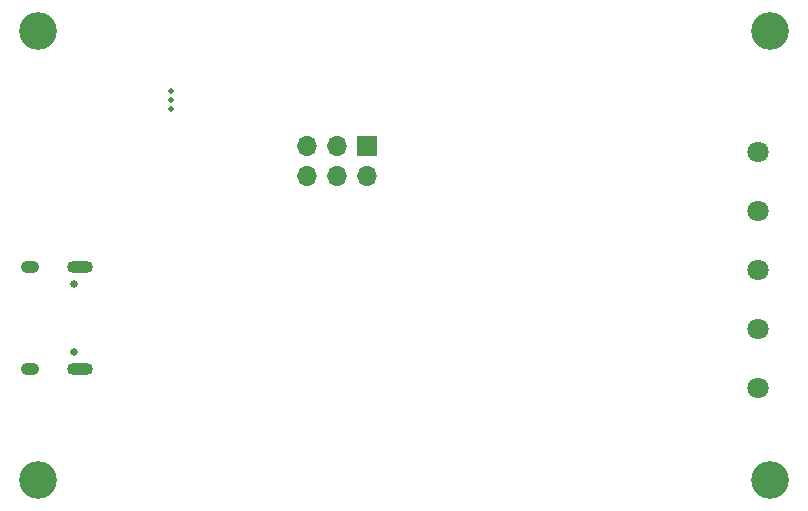
<source format=gbr>
%TF.GenerationSoftware,KiCad,Pcbnew,8.0.5*%
%TF.CreationDate,2024-10-07T09:03:38+02:00*%
%TF.ProjectId,ADC_Klipper_Board,4144435f-4b6c-4697-9070-65725f426f61,rev?*%
%TF.SameCoordinates,Original*%
%TF.FileFunction,Soldermask,Bot*%
%TF.FilePolarity,Negative*%
%FSLAX46Y46*%
G04 Gerber Fmt 4.6, Leading zero omitted, Abs format (unit mm)*
G04 Created by KiCad (PCBNEW 8.0.5) date 2024-10-07 09:03:38*
%MOMM*%
%LPD*%
G01*
G04 APERTURE LIST*
G04 Aperture macros list*
%AMRoundRect*
0 Rectangle with rounded corners*
0 $1 Rounding radius*
0 $2 $3 $4 $5 $6 $7 $8 $9 X,Y pos of 4 corners*
0 Add a 4 corners polygon primitive as box body*
4,1,4,$2,$3,$4,$5,$6,$7,$8,$9,$2,$3,0*
0 Add four circle primitives for the rounded corners*
1,1,$1+$1,$2,$3*
1,1,$1+$1,$4,$5*
1,1,$1+$1,$6,$7*
1,1,$1+$1,$8,$9*
0 Add four rect primitives between the rounded corners*
20,1,$1+$1,$2,$3,$4,$5,0*
20,1,$1+$1,$4,$5,$6,$7,0*
20,1,$1+$1,$6,$7,$8,$9,0*
20,1,$1+$1,$8,$9,$2,$3,0*%
G04 Aperture macros list end*
%ADD10C,3.200000*%
%ADD11C,0.482600*%
%ADD12C,1.803400*%
%ADD13C,0.670000*%
%ADD14RoundRect,0.500000X-0.600000X0.000010X-0.600000X-0.000010X0.600000X-0.000010X0.600000X0.000010X0*%
%ADD15RoundRect,0.500000X-0.300000X0.000010X-0.300000X-0.000010X0.300000X-0.000010X0.300000X0.000010X0*%
%ADD16R,1.700000X1.700000*%
%ADD17O,1.700000X1.700000*%
G04 APERTURE END LIST*
D10*
%TO.C,H3*%
X97050000Y-94725000D03*
%TD*%
%TO.C,H2*%
X159050000Y-56725000D03*
%TD*%
%TO.C,H1*%
X97050000Y-56725000D03*
%TD*%
D11*
%TO.C,U1*%
X108300000Y-61799998D03*
X108300000Y-62549999D03*
X108300000Y-63300000D03*
%TD*%
D12*
%TO.C,J3*%
X157975000Y-66962500D03*
X157975000Y-71962500D03*
X157975000Y-76962500D03*
X157975000Y-81962501D03*
X157975000Y-86962501D03*
%TD*%
D10*
%TO.C,H4*%
X159050000Y-94725000D03*
%TD*%
D13*
%TO.C,J1*%
X100050000Y-78100000D03*
X100050000Y-83900000D03*
D14*
X100580000Y-76680000D03*
D15*
X96400000Y-76680000D03*
D14*
X100580000Y-85320000D03*
D15*
X96400000Y-85320000D03*
%TD*%
D16*
%TO.C,J2*%
X124880000Y-66488001D03*
D17*
X124880000Y-69028001D03*
X122340000Y-66488001D03*
X122340000Y-69028001D03*
X119800000Y-66488001D03*
X119800000Y-69028001D03*
%TD*%
M02*

</source>
